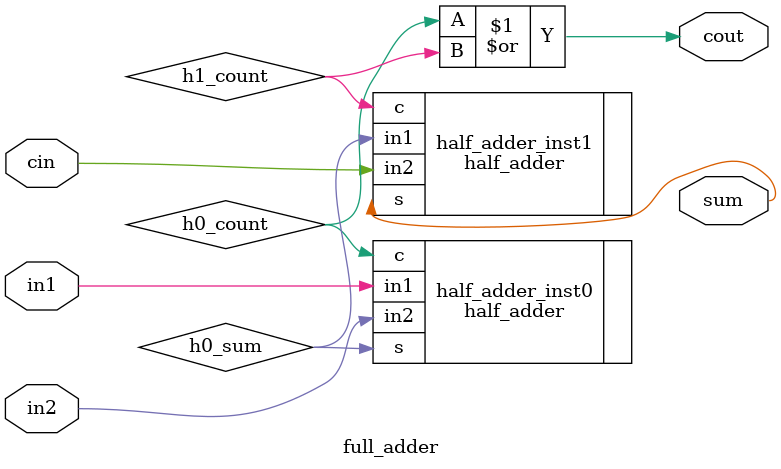
<source format=v>
`timescale 1ns / 1ps


module full_adder(

input wire in1,
input wire in2,
input wire cin,

output wire cout,
output wire sum


);
    
wire h0_count;
wire h1_count;
wire h0_sum;

half_adder half_adder_inst0
(
    .in1(in1),
    .in2(in2),
    .s(h0_sum),
    .c(h0_count)
);

half_adder half_adder_inst1
(
    .in1(h0_sum),
    .in2(cin),
    .s(sum),
    .c(h1_count)
);

assign cout= h0_count | h1_count;
    
endmodule

</source>
